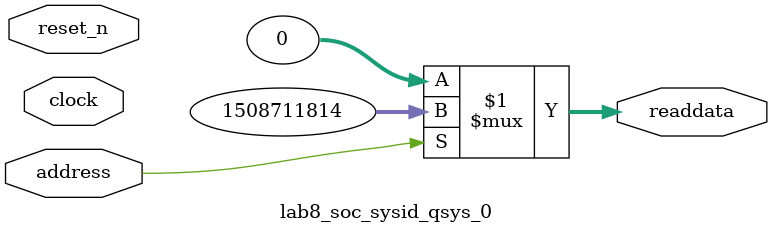
<source format=v>

`timescale 1ns / 1ps
// synthesis translate_on

// turn off superfluous verilog processor warnings 
// altera message_level Level1 
// altera message_off 10034 10035 10036 10037 10230 10240 10030 

module lab8_soc_sysid_qsys_0 (
               // inputs:
                address,
                clock,
                reset_n,

               // outputs:
                readdata
             )
;

  output  [ 31: 0] readdata;
  input            address;
  input            clock;
  input            reset_n;

  wire    [ 31: 0] readdata;
  //control_slave, which is an e_avalon_slave
  assign readdata = address ? 1508711814 : 0;

endmodule




</source>
